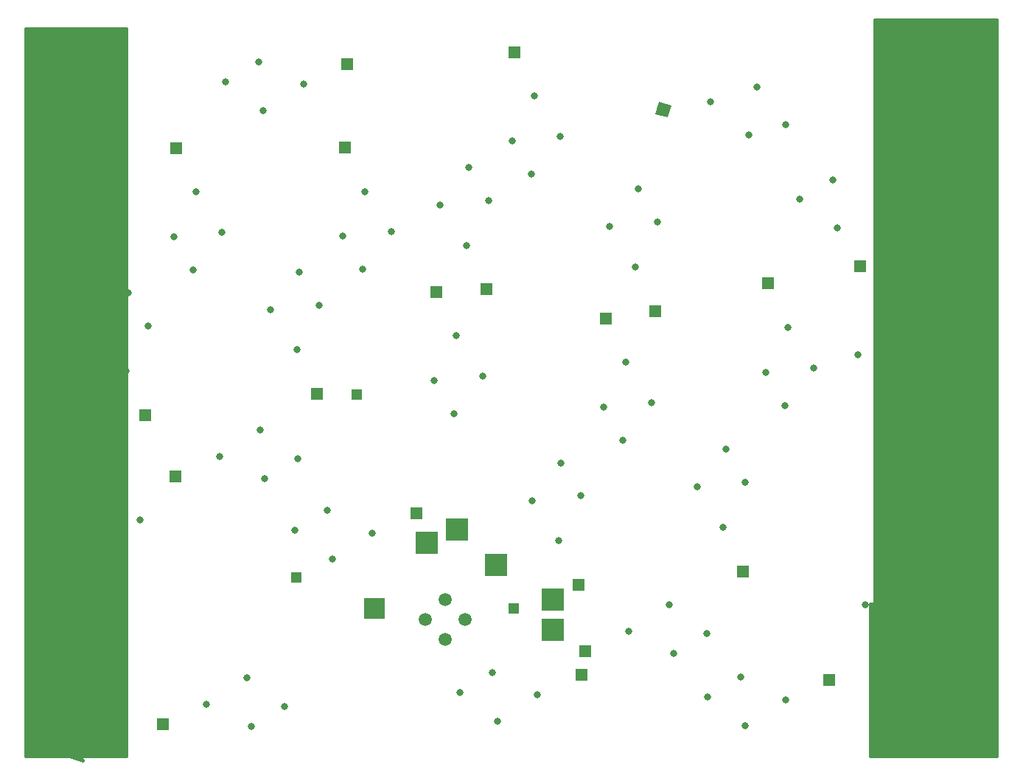
<source format=gbs>
G75*
%MOIN*%
%OFA0B0*%
%FSLAX25Y25*%
%IPPOS*%
%LPD*%
%AMOC8*
5,1,8,0,0,1.08239X$1,22.5*
%
%ADD10C,0.01600*%
%ADD11C,0.05950*%
%ADD12R,0.05792X0.05792*%
%ADD13C,0.03162*%
%ADD14R,0.05792X0.05792*%
%ADD15R,0.04762X0.04762*%
%ADD16R,0.10249X0.10249*%
%ADD17C,0.17635*%
%ADD18R,0.09658X0.09658*%
D10*
X0012115Y0041800D02*
X0057391Y0041800D01*
X0057391Y0370540D01*
X0012115Y0370540D01*
X0012115Y0041800D01*
X0035737Y0041800D01*
X0037706Y0039831D01*
X0031800Y0041800D01*
X0057391Y0041800D01*
X0057391Y0043399D02*
X0012115Y0043399D01*
X0012115Y0044997D02*
X0057391Y0044997D01*
X0057391Y0046596D02*
X0012115Y0046596D01*
X0012115Y0048194D02*
X0057391Y0048194D01*
X0057391Y0049793D02*
X0012115Y0049793D01*
X0012115Y0051391D02*
X0057391Y0051391D01*
X0057391Y0052990D02*
X0012115Y0052990D01*
X0012115Y0054588D02*
X0057391Y0054588D01*
X0057391Y0056187D02*
X0012115Y0056187D01*
X0012115Y0057785D02*
X0057391Y0057785D01*
X0057391Y0059384D02*
X0012115Y0059384D01*
X0012115Y0060982D02*
X0057391Y0060982D01*
X0057391Y0062581D02*
X0012115Y0062581D01*
X0012115Y0064179D02*
X0057391Y0064179D01*
X0057391Y0065778D02*
X0012115Y0065778D01*
X0012115Y0067376D02*
X0057391Y0067376D01*
X0057391Y0068975D02*
X0012115Y0068975D01*
X0012115Y0070573D02*
X0057391Y0070573D01*
X0057391Y0072172D02*
X0012115Y0072172D01*
X0012115Y0073770D02*
X0057391Y0073770D01*
X0057391Y0075369D02*
X0012115Y0075369D01*
X0012115Y0076967D02*
X0057391Y0076967D01*
X0057391Y0078566D02*
X0012115Y0078566D01*
X0012115Y0080164D02*
X0057391Y0080164D01*
X0057391Y0081763D02*
X0012115Y0081763D01*
X0012115Y0083361D02*
X0057391Y0083361D01*
X0057391Y0084960D02*
X0012115Y0084960D01*
X0012115Y0086558D02*
X0057391Y0086558D01*
X0057391Y0088157D02*
X0012115Y0088157D01*
X0012115Y0089755D02*
X0057391Y0089755D01*
X0057391Y0091354D02*
X0012115Y0091354D01*
X0012115Y0092952D02*
X0057391Y0092952D01*
X0057391Y0094551D02*
X0012115Y0094551D01*
X0012115Y0096149D02*
X0057391Y0096149D01*
X0057391Y0097748D02*
X0012115Y0097748D01*
X0012115Y0099346D02*
X0057391Y0099346D01*
X0057391Y0100945D02*
X0012115Y0100945D01*
X0012115Y0102543D02*
X0057391Y0102543D01*
X0057391Y0104142D02*
X0012115Y0104142D01*
X0012115Y0105740D02*
X0057391Y0105740D01*
X0057391Y0107339D02*
X0012115Y0107339D01*
X0012115Y0108937D02*
X0057391Y0108937D01*
X0057391Y0110536D02*
X0012115Y0110536D01*
X0012115Y0112134D02*
X0057391Y0112134D01*
X0057391Y0113733D02*
X0012115Y0113733D01*
X0012115Y0115332D02*
X0057391Y0115332D01*
X0057391Y0116930D02*
X0012115Y0116930D01*
X0012115Y0118529D02*
X0057391Y0118529D01*
X0057391Y0120127D02*
X0012115Y0120127D01*
X0012115Y0121726D02*
X0057391Y0121726D01*
X0057391Y0123324D02*
X0012115Y0123324D01*
X0012115Y0124923D02*
X0057391Y0124923D01*
X0057391Y0126521D02*
X0012115Y0126521D01*
X0012115Y0128120D02*
X0057391Y0128120D01*
X0057391Y0129718D02*
X0012115Y0129718D01*
X0012115Y0131317D02*
X0057391Y0131317D01*
X0057391Y0132915D02*
X0012115Y0132915D01*
X0012115Y0134514D02*
X0057391Y0134514D01*
X0057391Y0136112D02*
X0012115Y0136112D01*
X0012115Y0137711D02*
X0057391Y0137711D01*
X0057391Y0139309D02*
X0012115Y0139309D01*
X0012115Y0140908D02*
X0057391Y0140908D01*
X0057391Y0142506D02*
X0012115Y0142506D01*
X0012115Y0144105D02*
X0057391Y0144105D01*
X0057391Y0145703D02*
X0012115Y0145703D01*
X0012115Y0147302D02*
X0057391Y0147302D01*
X0057391Y0148900D02*
X0012115Y0148900D01*
X0012115Y0150499D02*
X0057391Y0150499D01*
X0057391Y0152097D02*
X0012115Y0152097D01*
X0012115Y0153696D02*
X0057391Y0153696D01*
X0057391Y0155294D02*
X0012115Y0155294D01*
X0012115Y0156893D02*
X0057391Y0156893D01*
X0057391Y0158491D02*
X0012115Y0158491D01*
X0012115Y0160090D02*
X0057391Y0160090D01*
X0057391Y0161688D02*
X0012115Y0161688D01*
X0012115Y0163287D02*
X0057391Y0163287D01*
X0057391Y0164885D02*
X0012115Y0164885D01*
X0012115Y0166484D02*
X0057391Y0166484D01*
X0057391Y0168082D02*
X0012115Y0168082D01*
X0012115Y0169681D02*
X0057391Y0169681D01*
X0057391Y0171279D02*
X0012115Y0171279D01*
X0012115Y0172878D02*
X0057391Y0172878D01*
X0057391Y0174476D02*
X0012115Y0174476D01*
X0012115Y0176075D02*
X0057391Y0176075D01*
X0057391Y0177673D02*
X0012115Y0177673D01*
X0012115Y0179272D02*
X0057391Y0179272D01*
X0057391Y0180870D02*
X0012115Y0180870D01*
X0012115Y0182469D02*
X0057391Y0182469D01*
X0057391Y0184068D02*
X0012115Y0184068D01*
X0012115Y0185666D02*
X0057391Y0185666D01*
X0057391Y0187265D02*
X0012115Y0187265D01*
X0012115Y0188863D02*
X0057391Y0188863D01*
X0057391Y0190462D02*
X0012115Y0190462D01*
X0012115Y0192060D02*
X0057391Y0192060D01*
X0057391Y0193659D02*
X0012115Y0193659D01*
X0012115Y0195257D02*
X0057391Y0195257D01*
X0057391Y0196856D02*
X0012115Y0196856D01*
X0012115Y0198454D02*
X0057391Y0198454D01*
X0057391Y0200053D02*
X0012115Y0200053D01*
X0012115Y0201651D02*
X0057391Y0201651D01*
X0057391Y0203250D02*
X0012115Y0203250D01*
X0012115Y0204848D02*
X0057391Y0204848D01*
X0057391Y0206447D02*
X0012115Y0206447D01*
X0012115Y0208045D02*
X0057391Y0208045D01*
X0057391Y0209644D02*
X0012115Y0209644D01*
X0012115Y0211242D02*
X0057391Y0211242D01*
X0057391Y0212841D02*
X0012115Y0212841D01*
X0012115Y0214439D02*
X0057391Y0214439D01*
X0057391Y0216038D02*
X0012115Y0216038D01*
X0012115Y0217636D02*
X0057391Y0217636D01*
X0057391Y0219235D02*
X0012115Y0219235D01*
X0012115Y0220833D02*
X0057391Y0220833D01*
X0057391Y0222432D02*
X0012115Y0222432D01*
X0012115Y0224030D02*
X0057391Y0224030D01*
X0057391Y0225629D02*
X0012115Y0225629D01*
X0012115Y0227227D02*
X0057391Y0227227D01*
X0057391Y0228826D02*
X0012115Y0228826D01*
X0012115Y0230424D02*
X0057391Y0230424D01*
X0057391Y0232023D02*
X0012115Y0232023D01*
X0012115Y0233621D02*
X0057391Y0233621D01*
X0057391Y0235220D02*
X0012115Y0235220D01*
X0012115Y0236818D02*
X0057391Y0236818D01*
X0057391Y0238417D02*
X0012115Y0238417D01*
X0012115Y0240015D02*
X0057391Y0240015D01*
X0057391Y0241614D02*
X0012115Y0241614D01*
X0012115Y0243212D02*
X0057391Y0243212D01*
X0057391Y0244811D02*
X0012115Y0244811D01*
X0012115Y0246409D02*
X0057391Y0246409D01*
X0057391Y0248008D02*
X0012115Y0248008D01*
X0012115Y0249606D02*
X0057391Y0249606D01*
X0057391Y0251205D02*
X0012115Y0251205D01*
X0012115Y0252803D02*
X0057391Y0252803D01*
X0057391Y0254402D02*
X0012115Y0254402D01*
X0012115Y0256001D02*
X0057391Y0256001D01*
X0057391Y0257599D02*
X0012115Y0257599D01*
X0012115Y0259198D02*
X0057391Y0259198D01*
X0057391Y0260796D02*
X0012115Y0260796D01*
X0012115Y0262395D02*
X0057391Y0262395D01*
X0057391Y0263993D02*
X0012115Y0263993D01*
X0012115Y0265592D02*
X0057391Y0265592D01*
X0057391Y0267190D02*
X0012115Y0267190D01*
X0012115Y0268789D02*
X0057391Y0268789D01*
X0057391Y0270387D02*
X0012115Y0270387D01*
X0012115Y0271986D02*
X0057391Y0271986D01*
X0057391Y0273584D02*
X0012115Y0273584D01*
X0012115Y0275183D02*
X0057391Y0275183D01*
X0057391Y0276781D02*
X0012115Y0276781D01*
X0012115Y0278380D02*
X0057391Y0278380D01*
X0057391Y0279978D02*
X0012115Y0279978D01*
X0012115Y0281577D02*
X0057391Y0281577D01*
X0057391Y0283175D02*
X0012115Y0283175D01*
X0012115Y0284774D02*
X0057391Y0284774D01*
X0057391Y0286372D02*
X0012115Y0286372D01*
X0012115Y0287971D02*
X0057391Y0287971D01*
X0057391Y0289569D02*
X0012115Y0289569D01*
X0012115Y0291168D02*
X0057391Y0291168D01*
X0057391Y0292766D02*
X0012115Y0292766D01*
X0012115Y0294365D02*
X0057391Y0294365D01*
X0057391Y0295963D02*
X0012115Y0295963D01*
X0012115Y0297562D02*
X0057391Y0297562D01*
X0057391Y0299160D02*
X0012115Y0299160D01*
X0012115Y0300759D02*
X0057391Y0300759D01*
X0057391Y0302357D02*
X0012115Y0302357D01*
X0012115Y0303956D02*
X0057391Y0303956D01*
X0057391Y0305554D02*
X0012115Y0305554D01*
X0012115Y0307153D02*
X0057391Y0307153D01*
X0057391Y0308751D02*
X0012115Y0308751D01*
X0012115Y0310350D02*
X0057391Y0310350D01*
X0057391Y0311948D02*
X0012115Y0311948D01*
X0012115Y0313547D02*
X0057391Y0313547D01*
X0057391Y0315145D02*
X0012115Y0315145D01*
X0012115Y0316744D02*
X0057391Y0316744D01*
X0057391Y0318342D02*
X0012115Y0318342D01*
X0012115Y0319941D02*
X0057391Y0319941D01*
X0057391Y0321539D02*
X0012115Y0321539D01*
X0012115Y0323138D02*
X0057391Y0323138D01*
X0057391Y0324737D02*
X0012115Y0324737D01*
X0012115Y0326335D02*
X0057391Y0326335D01*
X0057391Y0327934D02*
X0012115Y0327934D01*
X0012115Y0329532D02*
X0057391Y0329532D01*
X0057391Y0331131D02*
X0012115Y0331131D01*
X0012115Y0332729D02*
X0057391Y0332729D01*
X0057391Y0334328D02*
X0012115Y0334328D01*
X0012115Y0335926D02*
X0057391Y0335926D01*
X0057391Y0337525D02*
X0012115Y0337525D01*
X0012115Y0339123D02*
X0057391Y0339123D01*
X0057391Y0340722D02*
X0012115Y0340722D01*
X0012115Y0342320D02*
X0057391Y0342320D01*
X0057391Y0343919D02*
X0012115Y0343919D01*
X0012115Y0345517D02*
X0057391Y0345517D01*
X0057391Y0347116D02*
X0012115Y0347116D01*
X0012115Y0348714D02*
X0057391Y0348714D01*
X0057391Y0350313D02*
X0012115Y0350313D01*
X0012115Y0351911D02*
X0057391Y0351911D01*
X0057391Y0353510D02*
X0012115Y0353510D01*
X0012115Y0355108D02*
X0057391Y0355108D01*
X0057391Y0356707D02*
X0012115Y0356707D01*
X0012115Y0358305D02*
X0057391Y0358305D01*
X0057391Y0359904D02*
X0012115Y0359904D01*
X0012115Y0361502D02*
X0057391Y0361502D01*
X0057391Y0363101D02*
X0012115Y0363101D01*
X0012115Y0364699D02*
X0057391Y0364699D01*
X0057391Y0366298D02*
X0012115Y0366298D01*
X0012115Y0367896D02*
X0057391Y0367896D01*
X0057391Y0369495D02*
X0012115Y0369495D01*
X0395973Y0369495D02*
X0451091Y0369495D01*
X0451091Y0371093D02*
X0395973Y0371093D01*
X0395973Y0372692D02*
X0451091Y0372692D01*
X0451091Y0374290D02*
X0395973Y0374290D01*
X0395973Y0374477D02*
X0451091Y0374477D01*
X0451091Y0041800D01*
X0394005Y0041800D01*
X0394005Y0110698D01*
X0395973Y0110698D01*
X0395973Y0374477D01*
X0395973Y0367896D02*
X0451091Y0367896D01*
X0451091Y0366298D02*
X0395973Y0366298D01*
X0395973Y0364699D02*
X0451091Y0364699D01*
X0451091Y0363101D02*
X0395973Y0363101D01*
X0395973Y0361502D02*
X0451091Y0361502D01*
X0451091Y0359904D02*
X0395973Y0359904D01*
X0395973Y0358305D02*
X0451091Y0358305D01*
X0451091Y0356707D02*
X0395973Y0356707D01*
X0395973Y0355108D02*
X0451091Y0355108D01*
X0451091Y0353510D02*
X0395973Y0353510D01*
X0395973Y0351911D02*
X0451091Y0351911D01*
X0451091Y0350313D02*
X0395973Y0350313D01*
X0395973Y0348714D02*
X0451091Y0348714D01*
X0451091Y0347116D02*
X0395973Y0347116D01*
X0395973Y0345517D02*
X0451091Y0345517D01*
X0451091Y0343919D02*
X0395973Y0343919D01*
X0395973Y0342320D02*
X0451091Y0342320D01*
X0451091Y0340722D02*
X0395973Y0340722D01*
X0395973Y0339123D02*
X0451091Y0339123D01*
X0451091Y0337525D02*
X0395973Y0337525D01*
X0395973Y0335926D02*
X0451091Y0335926D01*
X0451091Y0334328D02*
X0395973Y0334328D01*
X0395973Y0332729D02*
X0451091Y0332729D01*
X0451091Y0331131D02*
X0395973Y0331131D01*
X0395973Y0329532D02*
X0451091Y0329532D01*
X0451091Y0327934D02*
X0395973Y0327934D01*
X0395973Y0326335D02*
X0451091Y0326335D01*
X0451091Y0324737D02*
X0395973Y0324737D01*
X0395973Y0323138D02*
X0451091Y0323138D01*
X0451091Y0321539D02*
X0395973Y0321539D01*
X0395973Y0319941D02*
X0451091Y0319941D01*
X0451091Y0318342D02*
X0395973Y0318342D01*
X0395973Y0316744D02*
X0451091Y0316744D01*
X0451091Y0315145D02*
X0395973Y0315145D01*
X0395973Y0313547D02*
X0451091Y0313547D01*
X0451091Y0311948D02*
X0395973Y0311948D01*
X0395973Y0310350D02*
X0451091Y0310350D01*
X0451091Y0308751D02*
X0395973Y0308751D01*
X0395973Y0307153D02*
X0451091Y0307153D01*
X0451091Y0305554D02*
X0395973Y0305554D01*
X0395973Y0303956D02*
X0451091Y0303956D01*
X0451091Y0302357D02*
X0395973Y0302357D01*
X0395973Y0300759D02*
X0451091Y0300759D01*
X0451091Y0299160D02*
X0395973Y0299160D01*
X0395973Y0297562D02*
X0451091Y0297562D01*
X0451091Y0295963D02*
X0395973Y0295963D01*
X0395973Y0294365D02*
X0451091Y0294365D01*
X0451091Y0292766D02*
X0395973Y0292766D01*
X0395973Y0291168D02*
X0451091Y0291168D01*
X0451091Y0289569D02*
X0395973Y0289569D01*
X0395973Y0287971D02*
X0451091Y0287971D01*
X0451091Y0286372D02*
X0395973Y0286372D01*
X0395973Y0284774D02*
X0451091Y0284774D01*
X0451091Y0283175D02*
X0395973Y0283175D01*
X0395973Y0281577D02*
X0451091Y0281577D01*
X0451091Y0279978D02*
X0395973Y0279978D01*
X0395973Y0278380D02*
X0451091Y0278380D01*
X0451091Y0276781D02*
X0395973Y0276781D01*
X0395973Y0275183D02*
X0451091Y0275183D01*
X0451091Y0273584D02*
X0395973Y0273584D01*
X0395973Y0271986D02*
X0451091Y0271986D01*
X0451091Y0270387D02*
X0395973Y0270387D01*
X0395973Y0268789D02*
X0451091Y0268789D01*
X0451091Y0267190D02*
X0395973Y0267190D01*
X0395973Y0265592D02*
X0451091Y0265592D01*
X0451091Y0263993D02*
X0395973Y0263993D01*
X0395973Y0262395D02*
X0451091Y0262395D01*
X0451091Y0260796D02*
X0395973Y0260796D01*
X0395973Y0259198D02*
X0451091Y0259198D01*
X0451091Y0257599D02*
X0395973Y0257599D01*
X0395973Y0256001D02*
X0451091Y0256001D01*
X0451091Y0254402D02*
X0395973Y0254402D01*
X0395973Y0252803D02*
X0451091Y0252803D01*
X0451091Y0251205D02*
X0395973Y0251205D01*
X0395973Y0249606D02*
X0451091Y0249606D01*
X0451091Y0248008D02*
X0395973Y0248008D01*
X0395973Y0246409D02*
X0451091Y0246409D01*
X0451091Y0244811D02*
X0395973Y0244811D01*
X0395973Y0243212D02*
X0451091Y0243212D01*
X0451091Y0241614D02*
X0395973Y0241614D01*
X0395973Y0240015D02*
X0451091Y0240015D01*
X0451091Y0238417D02*
X0395973Y0238417D01*
X0395973Y0236818D02*
X0451091Y0236818D01*
X0451091Y0235220D02*
X0395973Y0235220D01*
X0395973Y0233621D02*
X0451091Y0233621D01*
X0451091Y0232023D02*
X0395973Y0232023D01*
X0395973Y0230424D02*
X0451091Y0230424D01*
X0451091Y0228826D02*
X0395973Y0228826D01*
X0395973Y0227227D02*
X0451091Y0227227D01*
X0451091Y0225629D02*
X0395973Y0225629D01*
X0395973Y0224030D02*
X0451091Y0224030D01*
X0451091Y0222432D02*
X0395973Y0222432D01*
X0395973Y0220833D02*
X0451091Y0220833D01*
X0451091Y0219235D02*
X0395973Y0219235D01*
X0395973Y0217636D02*
X0451091Y0217636D01*
X0451091Y0216038D02*
X0395973Y0216038D01*
X0395973Y0214439D02*
X0451091Y0214439D01*
X0451091Y0212841D02*
X0395973Y0212841D01*
X0395973Y0211242D02*
X0451091Y0211242D01*
X0451091Y0209644D02*
X0395973Y0209644D01*
X0395973Y0208045D02*
X0451091Y0208045D01*
X0451091Y0206447D02*
X0395973Y0206447D01*
X0395973Y0204848D02*
X0451091Y0204848D01*
X0451091Y0203250D02*
X0395973Y0203250D01*
X0395973Y0201651D02*
X0451091Y0201651D01*
X0451091Y0200053D02*
X0395973Y0200053D01*
X0395973Y0198454D02*
X0451091Y0198454D01*
X0451091Y0196856D02*
X0395973Y0196856D01*
X0395973Y0195257D02*
X0451091Y0195257D01*
X0451091Y0193659D02*
X0395973Y0193659D01*
X0395973Y0192060D02*
X0451091Y0192060D01*
X0451091Y0190462D02*
X0395973Y0190462D01*
X0395973Y0188863D02*
X0451091Y0188863D01*
X0451091Y0187265D02*
X0395973Y0187265D01*
X0395973Y0185666D02*
X0451091Y0185666D01*
X0451091Y0184068D02*
X0395973Y0184068D01*
X0395973Y0182469D02*
X0451091Y0182469D01*
X0451091Y0180870D02*
X0395973Y0180870D01*
X0395973Y0179272D02*
X0451091Y0179272D01*
X0451091Y0177673D02*
X0395973Y0177673D01*
X0395973Y0176075D02*
X0451091Y0176075D01*
X0451091Y0174476D02*
X0395973Y0174476D01*
X0395973Y0172878D02*
X0451091Y0172878D01*
X0451091Y0171279D02*
X0395973Y0171279D01*
X0395973Y0169681D02*
X0451091Y0169681D01*
X0451091Y0168082D02*
X0395973Y0168082D01*
X0395973Y0166484D02*
X0451091Y0166484D01*
X0451091Y0164885D02*
X0395973Y0164885D01*
X0395973Y0163287D02*
X0451091Y0163287D01*
X0451091Y0161688D02*
X0395973Y0161688D01*
X0395973Y0160090D02*
X0451091Y0160090D01*
X0451091Y0158491D02*
X0395973Y0158491D01*
X0395973Y0156893D02*
X0451091Y0156893D01*
X0451091Y0155294D02*
X0395973Y0155294D01*
X0395973Y0153696D02*
X0451091Y0153696D01*
X0451091Y0152097D02*
X0395973Y0152097D01*
X0395973Y0150499D02*
X0451091Y0150499D01*
X0451091Y0148900D02*
X0395973Y0148900D01*
X0395973Y0147302D02*
X0451091Y0147302D01*
X0451091Y0145703D02*
X0395973Y0145703D01*
X0395973Y0144105D02*
X0451091Y0144105D01*
X0451091Y0142506D02*
X0395973Y0142506D01*
X0395973Y0140908D02*
X0451091Y0140908D01*
X0451091Y0139309D02*
X0395973Y0139309D01*
X0395973Y0137711D02*
X0451091Y0137711D01*
X0451091Y0136112D02*
X0395973Y0136112D01*
X0395973Y0134514D02*
X0451091Y0134514D01*
X0451091Y0132915D02*
X0395973Y0132915D01*
X0395973Y0131317D02*
X0451091Y0131317D01*
X0451091Y0129718D02*
X0395973Y0129718D01*
X0395973Y0128120D02*
X0451091Y0128120D01*
X0451091Y0126521D02*
X0395973Y0126521D01*
X0395973Y0124923D02*
X0451091Y0124923D01*
X0451091Y0123324D02*
X0395973Y0123324D01*
X0395973Y0121726D02*
X0451091Y0121726D01*
X0451091Y0120127D02*
X0395973Y0120127D01*
X0395973Y0118529D02*
X0451091Y0118529D01*
X0451091Y0116930D02*
X0395973Y0116930D01*
X0395973Y0115332D02*
X0451091Y0115332D01*
X0451091Y0113733D02*
X0395973Y0113733D01*
X0395973Y0112134D02*
X0451091Y0112134D01*
X0451091Y0110536D02*
X0394005Y0110536D01*
X0394005Y0108937D02*
X0451091Y0108937D01*
X0451091Y0107339D02*
X0394005Y0107339D01*
X0394005Y0105740D02*
X0451091Y0105740D01*
X0451091Y0104142D02*
X0394005Y0104142D01*
X0394005Y0102543D02*
X0451091Y0102543D01*
X0451091Y0100945D02*
X0394005Y0100945D01*
X0394005Y0099346D02*
X0451091Y0099346D01*
X0451091Y0097748D02*
X0394005Y0097748D01*
X0394005Y0096149D02*
X0451091Y0096149D01*
X0451091Y0094551D02*
X0394005Y0094551D01*
X0394005Y0092952D02*
X0451091Y0092952D01*
X0451091Y0091354D02*
X0394005Y0091354D01*
X0394005Y0089755D02*
X0451091Y0089755D01*
X0451091Y0088157D02*
X0394005Y0088157D01*
X0394005Y0086558D02*
X0451091Y0086558D01*
X0451091Y0084960D02*
X0394005Y0084960D01*
X0394005Y0083361D02*
X0451091Y0083361D01*
X0451091Y0081763D02*
X0394005Y0081763D01*
X0394005Y0080164D02*
X0451091Y0080164D01*
X0451091Y0078566D02*
X0394005Y0078566D01*
X0394005Y0076967D02*
X0451091Y0076967D01*
X0451091Y0075369D02*
X0394005Y0075369D01*
X0394005Y0073770D02*
X0451091Y0073770D01*
X0451091Y0072172D02*
X0394005Y0072172D01*
X0394005Y0070573D02*
X0451091Y0070573D01*
X0451091Y0068975D02*
X0394005Y0068975D01*
X0394005Y0067376D02*
X0451091Y0067376D01*
X0451091Y0065778D02*
X0394005Y0065778D01*
X0394005Y0064179D02*
X0451091Y0064179D01*
X0451091Y0062581D02*
X0394005Y0062581D01*
X0394005Y0060982D02*
X0451091Y0060982D01*
X0451091Y0059384D02*
X0394005Y0059384D01*
X0394005Y0057785D02*
X0451091Y0057785D01*
X0451091Y0056187D02*
X0394005Y0056187D01*
X0394005Y0054588D02*
X0451091Y0054588D01*
X0451091Y0052990D02*
X0394005Y0052990D01*
X0394005Y0051391D02*
X0451091Y0051391D01*
X0451091Y0049793D02*
X0394005Y0049793D01*
X0394005Y0048194D02*
X0451091Y0048194D01*
X0451091Y0046596D02*
X0394005Y0046596D01*
X0394005Y0044997D02*
X0451091Y0044997D01*
X0451091Y0043399D02*
X0394005Y0043399D01*
X0394005Y0041800D02*
X0451091Y0041800D01*
X0037336Y0040201D02*
X0036596Y0040201D01*
D11*
X0192611Y0103650D03*
X0201643Y0094623D03*
X0210674Y0103650D03*
X0201643Y0112678D03*
D12*
X0188611Y0151761D03*
X0143611Y0205619D03*
X0197706Y0251682D03*
X0220146Y0252863D03*
X0274202Y0239713D03*
X0296721Y0243099D03*
X0347587Y0255461D03*
X0389202Y0263335D03*
X0417115Y0301367D03*
X0232863Y0360107D03*
X0157351Y0354517D03*
X0156328Y0316957D03*
X0079871Y0316721D03*
X0066131Y0196013D03*
X0042745Y0186721D03*
X0079713Y0168335D03*
X0073887Y0056406D03*
X0263257Y0078650D03*
X0264910Y0089320D03*
X0261839Y0119320D03*
X0336367Y0125383D03*
X0375461Y0076406D03*
X0412587Y0072154D03*
D13*
X0403611Y0091997D03*
X0391721Y0110265D03*
X0404713Y0127272D03*
X0413650Y0112312D03*
X0355619Y0067430D03*
X0337351Y0055540D03*
X0320343Y0068532D03*
X0335304Y0077469D03*
X0320028Y0097194D03*
X0305068Y0088257D03*
X0284753Y0098296D03*
X0303020Y0110186D03*
X0327391Y0145225D03*
X0315501Y0163493D03*
X0328493Y0180501D03*
X0337430Y0165540D03*
X0355461Y0200343D03*
X0346524Y0215304D03*
X0368454Y0217351D03*
X0388139Y0223178D03*
X0397076Y0208217D03*
X0410068Y0225225D03*
X0398178Y0243493D03*
X0356564Y0235619D03*
X0379005Y0280501D03*
X0361997Y0293493D03*
X0376957Y0302430D03*
X0397272Y0292391D03*
X0355586Y0327378D03*
X0338822Y0322617D03*
X0321798Y0337572D03*
X0342520Y0344329D03*
X0288847Y0298217D03*
X0297784Y0283257D03*
X0275855Y0281209D03*
X0287745Y0262942D03*
X0240737Y0304989D03*
X0231800Y0319950D03*
X0212272Y0307981D03*
X0221209Y0293020D03*
X0199280Y0290973D03*
X0177194Y0278847D03*
X0164202Y0261839D03*
X0144674Y0245776D03*
X0135737Y0260737D03*
X0122745Y0243729D03*
X0134635Y0225461D03*
X0117824Y0189202D03*
X0134831Y0176209D03*
X0119871Y0167272D03*
X0099556Y0177312D03*
X0063611Y0148611D03*
X0050619Y0131603D03*
X0041682Y0146564D03*
X0051721Y0166879D03*
X0057154Y0215855D03*
X0045265Y0234123D03*
X0058257Y0251131D03*
X0067194Y0236170D03*
X0087745Y0261603D03*
X0078808Y0276564D03*
X0100737Y0278611D03*
X0088847Y0296879D03*
X0119241Y0333650D03*
X0102233Y0346643D03*
X0117194Y0355580D03*
X0137509Y0345540D03*
X0165304Y0297115D03*
X0155265Y0276800D03*
X0211170Y0272706D03*
X0206682Y0231839D03*
X0218572Y0213572D03*
X0205580Y0196564D03*
X0196643Y0211524D03*
X0253965Y0174438D03*
X0262902Y0159477D03*
X0240973Y0157430D03*
X0252863Y0139162D03*
X0282076Y0184595D03*
X0273139Y0199556D03*
X0295068Y0201603D03*
X0283178Y0219871D03*
X0168769Y0142784D03*
X0150501Y0130894D03*
X0133493Y0143887D03*
X0148454Y0152824D03*
X0223099Y0079713D03*
X0208139Y0070776D03*
X0225146Y0057784D03*
X0243414Y0069674D03*
X0129005Y0064280D03*
X0114044Y0055343D03*
X0093729Y0065383D03*
X0111997Y0077272D03*
X0253729Y0321997D03*
X0241839Y0340265D03*
D14*
G36*
X0303854Y0336085D02*
X0302355Y0330492D01*
X0296762Y0331991D01*
X0298261Y0337584D01*
X0303854Y0336085D01*
G37*
D15*
X0161721Y0205186D03*
X0134162Y0122509D03*
X0232587Y0108729D03*
D16*
X0250304Y0112666D03*
X0250304Y0098887D03*
X0224713Y0128414D03*
X0206997Y0144162D03*
X0193217Y0138257D03*
D17*
X0047548Y0054595D03*
X0047548Y0353808D03*
X0407784Y0353808D03*
X0407784Y0054595D03*
D18*
X0169595Y0108729D03*
M02*

</source>
